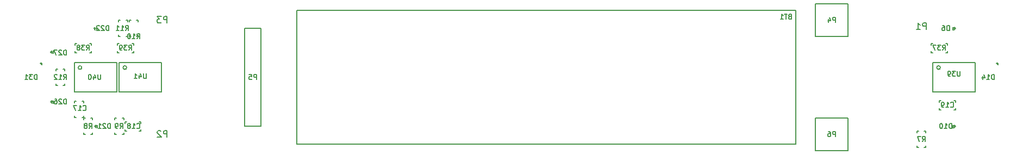
<source format=gbo>
G04 (created by PCBNEW (2013-07-07 BZR 4022)-stable) date 6/1/2014 12:19:48 PM*
%MOIN*%
G04 Gerber Fmt 3.4, Leading zero omitted, Abs format*
%FSLAX34Y34*%
G01*
G70*
G90*
G04 APERTURE LIST*
%ADD10C,0.00590551*%
%ADD11C,0.005*%
%ADD12C,0.006*%
G04 APERTURE END LIST*
G54D10*
G54D11*
X8850Y13600D02*
X6250Y13600D01*
X6250Y13600D02*
X6250Y15400D01*
X6250Y15400D02*
X8850Y15400D01*
X8850Y15400D02*
X8850Y13600D01*
X6711Y15100D02*
G75*
G03X6711Y15100I-111J0D01*
G74*
G01*
X58750Y13600D02*
X56150Y13600D01*
X56150Y13600D02*
X56150Y15400D01*
X56150Y15400D02*
X58750Y15400D01*
X58750Y15400D02*
X58750Y13600D01*
X56611Y15100D02*
G75*
G03X56611Y15100I-111J0D01*
G74*
G01*
X6100Y13600D02*
X3500Y13600D01*
X3500Y13600D02*
X3500Y15400D01*
X3500Y15400D02*
X6100Y15400D01*
X6100Y15400D02*
X6100Y13600D01*
X3961Y15100D02*
G75*
G03X3961Y15100I-111J0D01*
G74*
G01*
G54D10*
X14950Y11500D02*
X14950Y17500D01*
X14950Y17500D02*
X13950Y17500D01*
X13950Y11500D02*
X13950Y17500D01*
X14950Y11500D02*
X13950Y11500D01*
X50950Y19000D02*
X48950Y19000D01*
X48950Y19000D02*
X48950Y17000D01*
X48950Y17000D02*
X50950Y17000D01*
X50950Y17000D02*
X50950Y19000D01*
X50950Y12000D02*
X48950Y12000D01*
X48950Y12000D02*
X48950Y10000D01*
X48950Y10000D02*
X50950Y10000D01*
X50950Y10000D02*
X50950Y12000D01*
X17150Y10400D02*
X17150Y18600D01*
X17150Y18600D02*
X47750Y18600D01*
X47750Y18600D02*
X47750Y10400D01*
X47750Y10400D02*
X17150Y10400D01*
X57383Y11500D02*
X57540Y11500D01*
X57540Y11500D02*
X57461Y11421D01*
X57540Y11500D02*
X57461Y11578D01*
X57383Y11421D02*
X57383Y11578D01*
X2216Y13000D02*
X2059Y13000D01*
X2059Y13000D02*
X2138Y13078D01*
X2059Y13000D02*
X2138Y12921D01*
X2216Y13078D02*
X2216Y12921D01*
X4916Y11500D02*
X4759Y11500D01*
X4759Y11500D02*
X4838Y11578D01*
X4759Y11500D02*
X4838Y11421D01*
X4916Y11578D02*
X4916Y11421D01*
X4866Y17500D02*
X4709Y17500D01*
X4709Y17500D02*
X4788Y17578D01*
X4709Y17500D02*
X4788Y17421D01*
X4866Y17578D02*
X4866Y17421D01*
X57383Y17500D02*
X57540Y17500D01*
X57540Y17500D02*
X57461Y17421D01*
X57540Y17500D02*
X57461Y17578D01*
X57383Y17421D02*
X57383Y17578D01*
X2216Y16050D02*
X2059Y16050D01*
X2059Y16050D02*
X2138Y16128D01*
X2059Y16050D02*
X2138Y15971D01*
X2216Y16128D02*
X2216Y15971D01*
X1510Y15377D02*
X1410Y15377D01*
X1510Y15377D02*
X1510Y15277D01*
X1410Y15377D02*
X1510Y15277D01*
X60160Y15377D02*
X60060Y15377D01*
X60160Y15377D02*
X60160Y15277D01*
X60060Y15377D02*
X60160Y15277D01*
X7597Y11222D02*
X7597Y11322D01*
X7597Y11777D02*
X7497Y11777D01*
X7597Y11222D02*
X7497Y11222D01*
X7597Y11777D02*
X7597Y11677D01*
X6602Y11222D02*
X6602Y11322D01*
X6602Y11222D02*
X6702Y11222D01*
X6602Y11677D02*
X6602Y11777D01*
X6602Y11777D02*
X6702Y11777D01*
X3522Y12052D02*
X3622Y12052D01*
X4077Y12052D02*
X4077Y12152D01*
X3522Y12052D02*
X3522Y12152D01*
X4077Y12052D02*
X3977Y12052D01*
X3522Y13047D02*
X3622Y13047D01*
X3522Y13047D02*
X3522Y12947D01*
X3977Y13047D02*
X4077Y13047D01*
X4077Y13047D02*
X4077Y12947D01*
X57547Y12522D02*
X57547Y12622D01*
X57547Y13077D02*
X57447Y13077D01*
X57547Y12522D02*
X57447Y12522D01*
X57547Y13077D02*
X57547Y12977D01*
X56552Y12522D02*
X56552Y12622D01*
X56552Y12522D02*
X56652Y12522D01*
X56552Y12977D02*
X56552Y13077D01*
X56552Y13077D02*
X56652Y13077D01*
X57047Y16022D02*
X57047Y16122D01*
X57047Y16577D02*
X56947Y16577D01*
X57047Y16022D02*
X56947Y16022D01*
X57047Y16577D02*
X57047Y16477D01*
X56052Y16022D02*
X56052Y16122D01*
X56052Y16022D02*
X56152Y16022D01*
X56052Y16477D02*
X56052Y16577D01*
X56052Y16577D02*
X56152Y16577D01*
X7147Y16022D02*
X7147Y16122D01*
X7147Y16577D02*
X7047Y16577D01*
X7147Y16022D02*
X7047Y16022D01*
X7147Y16577D02*
X7147Y16477D01*
X6152Y16022D02*
X6152Y16122D01*
X6152Y16022D02*
X6252Y16022D01*
X6152Y16477D02*
X6152Y16577D01*
X6152Y16577D02*
X6252Y16577D01*
X4547Y16022D02*
X4547Y16122D01*
X4547Y16577D02*
X4447Y16577D01*
X4547Y16022D02*
X4447Y16022D01*
X4547Y16577D02*
X4547Y16477D01*
X3552Y16022D02*
X3552Y16122D01*
X3552Y16022D02*
X3652Y16022D01*
X3552Y16477D02*
X3552Y16577D01*
X3552Y16577D02*
X3652Y16577D01*
X4072Y11002D02*
X4172Y11002D01*
X4627Y11002D02*
X4627Y11102D01*
X4072Y11002D02*
X4072Y11102D01*
X4627Y11002D02*
X4527Y11002D01*
X4072Y11997D02*
X4172Y11997D01*
X4072Y11997D02*
X4072Y11897D01*
X4527Y11997D02*
X4627Y11997D01*
X4627Y11997D02*
X4627Y11897D01*
X6222Y17002D02*
X6322Y17002D01*
X6777Y17002D02*
X6777Y17102D01*
X6222Y17002D02*
X6222Y17102D01*
X6777Y17002D02*
X6677Y17002D01*
X6222Y17997D02*
X6322Y17997D01*
X6222Y17997D02*
X6222Y17897D01*
X6677Y17997D02*
X6777Y17997D01*
X6777Y17997D02*
X6777Y17897D01*
X6872Y17002D02*
X6972Y17002D01*
X7427Y17002D02*
X7427Y17102D01*
X6872Y17002D02*
X6872Y17102D01*
X7427Y17002D02*
X7327Y17002D01*
X6872Y17997D02*
X6972Y17997D01*
X6872Y17997D02*
X6872Y17897D01*
X7327Y17997D02*
X7427Y17997D01*
X7427Y17997D02*
X7427Y17897D01*
X55727Y11197D02*
X55627Y11197D01*
X55172Y11197D02*
X55172Y11097D01*
X55727Y11197D02*
X55727Y11097D01*
X55172Y11197D02*
X55272Y11197D01*
X55727Y10202D02*
X55627Y10202D01*
X55727Y10202D02*
X55727Y10302D01*
X55272Y10202D02*
X55172Y10202D01*
X55172Y10202D02*
X55172Y10302D01*
X2927Y14997D02*
X2827Y14997D01*
X2372Y14997D02*
X2372Y14897D01*
X2927Y14997D02*
X2927Y14897D01*
X2372Y14997D02*
X2472Y14997D01*
X2927Y14002D02*
X2827Y14002D01*
X2927Y14002D02*
X2927Y14102D01*
X2472Y14002D02*
X2372Y14002D01*
X2372Y14002D02*
X2372Y14102D01*
X5997Y11002D02*
X6097Y11002D01*
X6552Y11002D02*
X6552Y11102D01*
X5997Y11002D02*
X5997Y11102D01*
X6552Y11002D02*
X6452Y11002D01*
X5997Y11997D02*
X6097Y11997D01*
X5997Y11997D02*
X5997Y11897D01*
X6452Y11997D02*
X6552Y11997D01*
X6552Y11997D02*
X6552Y11897D01*
G54D12*
X7921Y14728D02*
X7921Y14485D01*
X7907Y14457D01*
X7892Y14442D01*
X7864Y14428D01*
X7807Y14428D01*
X7778Y14442D01*
X7764Y14457D01*
X7750Y14485D01*
X7750Y14728D01*
X7478Y14628D02*
X7478Y14428D01*
X7550Y14742D02*
X7621Y14528D01*
X7435Y14528D01*
X7164Y14428D02*
X7335Y14428D01*
X7250Y14428D02*
X7250Y14728D01*
X7278Y14685D01*
X7307Y14657D01*
X7335Y14642D01*
X57821Y14878D02*
X57821Y14635D01*
X57807Y14607D01*
X57792Y14592D01*
X57764Y14578D01*
X57707Y14578D01*
X57678Y14592D01*
X57664Y14607D01*
X57650Y14635D01*
X57650Y14878D01*
X57535Y14878D02*
X57350Y14878D01*
X57450Y14764D01*
X57407Y14764D01*
X57378Y14750D01*
X57364Y14735D01*
X57350Y14707D01*
X57350Y14635D01*
X57364Y14607D01*
X57378Y14592D01*
X57407Y14578D01*
X57492Y14578D01*
X57521Y14592D01*
X57535Y14607D01*
X57207Y14578D02*
X57150Y14578D01*
X57121Y14592D01*
X57107Y14607D01*
X57078Y14650D01*
X57064Y14707D01*
X57064Y14821D01*
X57078Y14850D01*
X57092Y14864D01*
X57121Y14878D01*
X57178Y14878D01*
X57207Y14864D01*
X57221Y14850D01*
X57235Y14821D01*
X57235Y14750D01*
X57221Y14721D01*
X57207Y14707D01*
X57178Y14692D01*
X57121Y14692D01*
X57092Y14707D01*
X57078Y14721D01*
X57064Y14750D01*
X5121Y14678D02*
X5121Y14435D01*
X5107Y14407D01*
X5092Y14392D01*
X5064Y14378D01*
X5007Y14378D01*
X4978Y14392D01*
X4964Y14407D01*
X4950Y14435D01*
X4950Y14678D01*
X4678Y14578D02*
X4678Y14378D01*
X4750Y14692D02*
X4821Y14478D01*
X4635Y14478D01*
X4464Y14678D02*
X4435Y14678D01*
X4407Y14664D01*
X4392Y14650D01*
X4378Y14621D01*
X4364Y14564D01*
X4364Y14492D01*
X4378Y14435D01*
X4392Y14407D01*
X4407Y14392D01*
X4435Y14378D01*
X4464Y14378D01*
X4492Y14392D01*
X4507Y14407D01*
X4521Y14435D01*
X4535Y14492D01*
X4535Y14564D01*
X4521Y14621D01*
X4507Y14650D01*
X4492Y14664D01*
X4464Y14678D01*
X14671Y14378D02*
X14671Y14678D01*
X14557Y14678D01*
X14528Y14664D01*
X14514Y14650D01*
X14500Y14621D01*
X14500Y14578D01*
X14514Y14550D01*
X14528Y14535D01*
X14557Y14521D01*
X14671Y14521D01*
X14228Y14678D02*
X14371Y14678D01*
X14385Y14535D01*
X14371Y14550D01*
X14342Y14564D01*
X14271Y14564D01*
X14242Y14550D01*
X14228Y14535D01*
X14214Y14507D01*
X14214Y14435D01*
X14228Y14407D01*
X14242Y14392D01*
X14271Y14378D01*
X14342Y14378D01*
X14371Y14392D01*
X14385Y14407D01*
X50171Y17878D02*
X50171Y18178D01*
X50057Y18178D01*
X50028Y18164D01*
X50014Y18150D01*
X50000Y18121D01*
X50000Y18078D01*
X50014Y18050D01*
X50028Y18035D01*
X50057Y18021D01*
X50171Y18021D01*
X49742Y18078D02*
X49742Y17878D01*
X49814Y18192D02*
X49885Y17978D01*
X49700Y17978D01*
X50171Y10878D02*
X50171Y11178D01*
X50057Y11178D01*
X50028Y11164D01*
X50014Y11150D01*
X50000Y11121D01*
X50000Y11078D01*
X50014Y11050D01*
X50028Y11035D01*
X50057Y11021D01*
X50171Y11021D01*
X49742Y11178D02*
X49800Y11178D01*
X49828Y11164D01*
X49842Y11150D01*
X49871Y11107D01*
X49885Y11050D01*
X49885Y10935D01*
X49871Y10907D01*
X49857Y10892D01*
X49828Y10878D01*
X49771Y10878D01*
X49742Y10892D01*
X49728Y10907D01*
X49714Y10935D01*
X49714Y11007D01*
X49728Y11035D01*
X49742Y11050D01*
X49771Y11064D01*
X49828Y11064D01*
X49857Y11050D01*
X49871Y11035D01*
X49885Y11007D01*
X47385Y18235D02*
X47342Y18221D01*
X47328Y18207D01*
X47314Y18178D01*
X47314Y18135D01*
X47328Y18107D01*
X47342Y18092D01*
X47371Y18078D01*
X47485Y18078D01*
X47485Y18378D01*
X47385Y18378D01*
X47357Y18364D01*
X47342Y18350D01*
X47328Y18321D01*
X47328Y18292D01*
X47342Y18264D01*
X47357Y18250D01*
X47385Y18235D01*
X47485Y18235D01*
X47228Y18378D02*
X47057Y18378D01*
X47142Y18078D02*
X47142Y18378D01*
X46800Y18078D02*
X46971Y18078D01*
X46885Y18078D02*
X46885Y18378D01*
X46914Y18335D01*
X46942Y18307D01*
X46971Y18292D01*
X57314Y11378D02*
X57314Y11678D01*
X57242Y11678D01*
X57200Y11664D01*
X57171Y11635D01*
X57157Y11607D01*
X57142Y11550D01*
X57142Y11507D01*
X57157Y11450D01*
X57171Y11421D01*
X57200Y11392D01*
X57242Y11378D01*
X57314Y11378D01*
X56857Y11378D02*
X57028Y11378D01*
X56942Y11378D02*
X56942Y11678D01*
X56971Y11635D01*
X57000Y11607D01*
X57028Y11592D01*
X56671Y11678D02*
X56642Y11678D01*
X56614Y11664D01*
X56600Y11650D01*
X56585Y11621D01*
X56571Y11564D01*
X56571Y11492D01*
X56585Y11435D01*
X56600Y11407D01*
X56614Y11392D01*
X56642Y11378D01*
X56671Y11378D01*
X56700Y11392D01*
X56714Y11407D01*
X56728Y11435D01*
X56742Y11492D01*
X56742Y11564D01*
X56728Y11621D01*
X56714Y11650D01*
X56700Y11664D01*
X56671Y11678D01*
X3014Y12878D02*
X3014Y13178D01*
X2942Y13178D01*
X2900Y13164D01*
X2871Y13135D01*
X2857Y13107D01*
X2842Y13050D01*
X2842Y13007D01*
X2857Y12950D01*
X2871Y12921D01*
X2900Y12892D01*
X2942Y12878D01*
X3014Y12878D01*
X2728Y13150D02*
X2714Y13164D01*
X2685Y13178D01*
X2614Y13178D01*
X2585Y13164D01*
X2571Y13150D01*
X2557Y13121D01*
X2557Y13092D01*
X2571Y13050D01*
X2742Y12878D01*
X2557Y12878D01*
X2300Y13178D02*
X2357Y13178D01*
X2385Y13164D01*
X2400Y13150D01*
X2428Y13107D01*
X2442Y13050D01*
X2442Y12935D01*
X2428Y12907D01*
X2414Y12892D01*
X2385Y12878D01*
X2328Y12878D01*
X2300Y12892D01*
X2285Y12907D01*
X2271Y12935D01*
X2271Y13007D01*
X2285Y13035D01*
X2300Y13050D01*
X2328Y13064D01*
X2385Y13064D01*
X2414Y13050D01*
X2428Y13035D01*
X2442Y13007D01*
X5714Y11378D02*
X5714Y11678D01*
X5642Y11678D01*
X5600Y11664D01*
X5571Y11635D01*
X5557Y11607D01*
X5542Y11550D01*
X5542Y11507D01*
X5557Y11450D01*
X5571Y11421D01*
X5600Y11392D01*
X5642Y11378D01*
X5714Y11378D01*
X5428Y11650D02*
X5414Y11664D01*
X5385Y11678D01*
X5314Y11678D01*
X5285Y11664D01*
X5271Y11650D01*
X5257Y11621D01*
X5257Y11592D01*
X5271Y11550D01*
X5442Y11378D01*
X5257Y11378D01*
X4971Y11378D02*
X5142Y11378D01*
X5057Y11378D02*
X5057Y11678D01*
X5085Y11635D01*
X5114Y11607D01*
X5142Y11592D01*
X5614Y17378D02*
X5614Y17678D01*
X5542Y17678D01*
X5500Y17664D01*
X5471Y17635D01*
X5457Y17607D01*
X5442Y17550D01*
X5442Y17507D01*
X5457Y17450D01*
X5471Y17421D01*
X5500Y17392D01*
X5542Y17378D01*
X5614Y17378D01*
X5328Y17650D02*
X5314Y17664D01*
X5285Y17678D01*
X5214Y17678D01*
X5185Y17664D01*
X5171Y17650D01*
X5157Y17621D01*
X5157Y17592D01*
X5171Y17550D01*
X5342Y17378D01*
X5157Y17378D01*
X5042Y17650D02*
X5028Y17664D01*
X5000Y17678D01*
X4928Y17678D01*
X4900Y17664D01*
X4885Y17650D01*
X4871Y17621D01*
X4871Y17592D01*
X4885Y17550D01*
X5057Y17378D01*
X4871Y17378D01*
X57171Y17378D02*
X57171Y17678D01*
X57100Y17678D01*
X57057Y17664D01*
X57028Y17635D01*
X57014Y17607D01*
X57000Y17550D01*
X57000Y17507D01*
X57014Y17450D01*
X57028Y17421D01*
X57057Y17392D01*
X57100Y17378D01*
X57171Y17378D01*
X56742Y17678D02*
X56800Y17678D01*
X56828Y17664D01*
X56842Y17650D01*
X56871Y17607D01*
X56885Y17550D01*
X56885Y17435D01*
X56871Y17407D01*
X56857Y17392D01*
X56828Y17378D01*
X56771Y17378D01*
X56742Y17392D01*
X56728Y17407D01*
X56714Y17435D01*
X56714Y17507D01*
X56728Y17535D01*
X56742Y17550D01*
X56771Y17564D01*
X56828Y17564D01*
X56857Y17550D01*
X56871Y17535D01*
X56885Y17507D01*
X3014Y15878D02*
X3014Y16178D01*
X2942Y16178D01*
X2900Y16164D01*
X2871Y16135D01*
X2857Y16107D01*
X2842Y16050D01*
X2842Y16007D01*
X2857Y15950D01*
X2871Y15921D01*
X2900Y15892D01*
X2942Y15878D01*
X3014Y15878D01*
X2728Y16150D02*
X2714Y16164D01*
X2685Y16178D01*
X2614Y16178D01*
X2585Y16164D01*
X2571Y16150D01*
X2557Y16121D01*
X2557Y16092D01*
X2571Y16050D01*
X2742Y15878D01*
X2557Y15878D01*
X2457Y16178D02*
X2257Y16178D01*
X2385Y15878D01*
X1214Y14378D02*
X1214Y14678D01*
X1142Y14678D01*
X1100Y14664D01*
X1071Y14635D01*
X1057Y14607D01*
X1042Y14550D01*
X1042Y14507D01*
X1057Y14450D01*
X1071Y14421D01*
X1100Y14392D01*
X1142Y14378D01*
X1214Y14378D01*
X942Y14678D02*
X757Y14678D01*
X857Y14564D01*
X814Y14564D01*
X785Y14550D01*
X771Y14535D01*
X757Y14507D01*
X757Y14435D01*
X771Y14407D01*
X785Y14392D01*
X814Y14378D01*
X900Y14378D01*
X928Y14392D01*
X942Y14407D01*
X471Y14378D02*
X642Y14378D01*
X557Y14378D02*
X557Y14678D01*
X585Y14635D01*
X614Y14607D01*
X642Y14592D01*
X59914Y14378D02*
X59914Y14678D01*
X59842Y14678D01*
X59800Y14664D01*
X59771Y14635D01*
X59757Y14607D01*
X59742Y14550D01*
X59742Y14507D01*
X59757Y14450D01*
X59771Y14421D01*
X59800Y14392D01*
X59842Y14378D01*
X59914Y14378D01*
X59457Y14378D02*
X59628Y14378D01*
X59542Y14378D02*
X59542Y14678D01*
X59571Y14635D01*
X59600Y14607D01*
X59628Y14592D01*
X59200Y14578D02*
X59200Y14378D01*
X59271Y14692D02*
X59342Y14478D01*
X59157Y14478D01*
X7342Y11407D02*
X7357Y11392D01*
X7400Y11378D01*
X7428Y11378D01*
X7471Y11392D01*
X7500Y11421D01*
X7514Y11450D01*
X7528Y11507D01*
X7528Y11550D01*
X7514Y11607D01*
X7500Y11635D01*
X7471Y11664D01*
X7428Y11678D01*
X7400Y11678D01*
X7357Y11664D01*
X7342Y11650D01*
X7057Y11378D02*
X7228Y11378D01*
X7142Y11378D02*
X7142Y11678D01*
X7171Y11635D01*
X7200Y11607D01*
X7228Y11592D01*
X6885Y11550D02*
X6914Y11564D01*
X6928Y11578D01*
X6942Y11607D01*
X6942Y11621D01*
X6928Y11650D01*
X6914Y11664D01*
X6885Y11678D01*
X6828Y11678D01*
X6800Y11664D01*
X6785Y11650D01*
X6771Y11621D01*
X6771Y11607D01*
X6785Y11578D01*
X6800Y11564D01*
X6828Y11550D01*
X6885Y11550D01*
X6914Y11535D01*
X6928Y11521D01*
X6942Y11492D01*
X6942Y11435D01*
X6928Y11407D01*
X6914Y11392D01*
X6885Y11378D01*
X6828Y11378D01*
X6800Y11392D01*
X6785Y11407D01*
X6771Y11435D01*
X6771Y11492D01*
X6785Y11521D01*
X6800Y11535D01*
X6828Y11550D01*
X4042Y12507D02*
X4057Y12492D01*
X4100Y12478D01*
X4128Y12478D01*
X4171Y12492D01*
X4200Y12521D01*
X4214Y12550D01*
X4228Y12607D01*
X4228Y12650D01*
X4214Y12707D01*
X4200Y12735D01*
X4171Y12764D01*
X4128Y12778D01*
X4100Y12778D01*
X4057Y12764D01*
X4042Y12750D01*
X3757Y12478D02*
X3928Y12478D01*
X3842Y12478D02*
X3842Y12778D01*
X3871Y12735D01*
X3900Y12707D01*
X3928Y12692D01*
X3657Y12778D02*
X3457Y12778D01*
X3585Y12478D01*
X57242Y12707D02*
X57257Y12692D01*
X57300Y12678D01*
X57328Y12678D01*
X57371Y12692D01*
X57400Y12721D01*
X57414Y12750D01*
X57428Y12807D01*
X57428Y12850D01*
X57414Y12907D01*
X57400Y12935D01*
X57371Y12964D01*
X57328Y12978D01*
X57300Y12978D01*
X57257Y12964D01*
X57242Y12950D01*
X56957Y12678D02*
X57128Y12678D01*
X57042Y12678D02*
X57042Y12978D01*
X57071Y12935D01*
X57100Y12907D01*
X57128Y12892D01*
X56814Y12678D02*
X56757Y12678D01*
X56728Y12692D01*
X56714Y12707D01*
X56685Y12750D01*
X56671Y12807D01*
X56671Y12921D01*
X56685Y12950D01*
X56700Y12964D01*
X56728Y12978D01*
X56785Y12978D01*
X56814Y12964D01*
X56828Y12950D01*
X56842Y12921D01*
X56842Y12850D01*
X56828Y12821D01*
X56814Y12807D01*
X56785Y12792D01*
X56728Y12792D01*
X56700Y12807D01*
X56685Y12821D01*
X56671Y12850D01*
X56742Y16178D02*
X56842Y16321D01*
X56914Y16178D02*
X56914Y16478D01*
X56800Y16478D01*
X56771Y16464D01*
X56757Y16450D01*
X56742Y16421D01*
X56742Y16378D01*
X56757Y16350D01*
X56771Y16335D01*
X56800Y16321D01*
X56914Y16321D01*
X56642Y16478D02*
X56457Y16478D01*
X56557Y16364D01*
X56514Y16364D01*
X56485Y16350D01*
X56471Y16335D01*
X56457Y16307D01*
X56457Y16235D01*
X56471Y16207D01*
X56485Y16192D01*
X56514Y16178D01*
X56600Y16178D01*
X56628Y16192D01*
X56642Y16207D01*
X56357Y16478D02*
X56157Y16478D01*
X56285Y16178D01*
X6842Y16178D02*
X6942Y16321D01*
X7014Y16178D02*
X7014Y16478D01*
X6900Y16478D01*
X6871Y16464D01*
X6857Y16450D01*
X6842Y16421D01*
X6842Y16378D01*
X6857Y16350D01*
X6871Y16335D01*
X6900Y16321D01*
X7014Y16321D01*
X6742Y16478D02*
X6557Y16478D01*
X6657Y16364D01*
X6614Y16364D01*
X6585Y16350D01*
X6571Y16335D01*
X6557Y16307D01*
X6557Y16235D01*
X6571Y16207D01*
X6585Y16192D01*
X6614Y16178D01*
X6700Y16178D01*
X6728Y16192D01*
X6742Y16207D01*
X6414Y16178D02*
X6357Y16178D01*
X6328Y16192D01*
X6314Y16207D01*
X6285Y16250D01*
X6271Y16307D01*
X6271Y16421D01*
X6285Y16450D01*
X6300Y16464D01*
X6328Y16478D01*
X6385Y16478D01*
X6414Y16464D01*
X6428Y16450D01*
X6442Y16421D01*
X6442Y16350D01*
X6428Y16321D01*
X6414Y16307D01*
X6385Y16292D01*
X6328Y16292D01*
X6300Y16307D01*
X6285Y16321D01*
X6271Y16350D01*
X4242Y16178D02*
X4342Y16321D01*
X4414Y16178D02*
X4414Y16478D01*
X4300Y16478D01*
X4271Y16464D01*
X4257Y16450D01*
X4242Y16421D01*
X4242Y16378D01*
X4257Y16350D01*
X4271Y16335D01*
X4300Y16321D01*
X4414Y16321D01*
X4142Y16478D02*
X3957Y16478D01*
X4057Y16364D01*
X4014Y16364D01*
X3985Y16350D01*
X3971Y16335D01*
X3957Y16307D01*
X3957Y16235D01*
X3971Y16207D01*
X3985Y16192D01*
X4014Y16178D01*
X4100Y16178D01*
X4128Y16192D01*
X4142Y16207D01*
X3785Y16350D02*
X3814Y16364D01*
X3828Y16378D01*
X3842Y16407D01*
X3842Y16421D01*
X3828Y16450D01*
X3814Y16464D01*
X3785Y16478D01*
X3728Y16478D01*
X3700Y16464D01*
X3685Y16450D01*
X3671Y16421D01*
X3671Y16407D01*
X3685Y16378D01*
X3700Y16364D01*
X3728Y16350D01*
X3785Y16350D01*
X3814Y16335D01*
X3828Y16321D01*
X3842Y16292D01*
X3842Y16235D01*
X3828Y16207D01*
X3814Y16192D01*
X3785Y16178D01*
X3728Y16178D01*
X3700Y16192D01*
X3685Y16207D01*
X3671Y16235D01*
X3671Y16292D01*
X3685Y16321D01*
X3700Y16335D01*
X3728Y16350D01*
X4400Y11378D02*
X4500Y11521D01*
X4571Y11378D02*
X4571Y11678D01*
X4457Y11678D01*
X4428Y11664D01*
X4414Y11650D01*
X4400Y11621D01*
X4400Y11578D01*
X4414Y11550D01*
X4428Y11535D01*
X4457Y11521D01*
X4571Y11521D01*
X4228Y11550D02*
X4257Y11564D01*
X4271Y11578D01*
X4285Y11607D01*
X4285Y11621D01*
X4271Y11650D01*
X4257Y11664D01*
X4228Y11678D01*
X4171Y11678D01*
X4142Y11664D01*
X4128Y11650D01*
X4114Y11621D01*
X4114Y11607D01*
X4128Y11578D01*
X4142Y11564D01*
X4171Y11550D01*
X4228Y11550D01*
X4257Y11535D01*
X4271Y11521D01*
X4285Y11492D01*
X4285Y11435D01*
X4271Y11407D01*
X4257Y11392D01*
X4228Y11378D01*
X4171Y11378D01*
X4142Y11392D01*
X4128Y11407D01*
X4114Y11435D01*
X4114Y11492D01*
X4128Y11521D01*
X4142Y11535D01*
X4171Y11550D01*
X6642Y17378D02*
X6742Y17521D01*
X6814Y17378D02*
X6814Y17678D01*
X6700Y17678D01*
X6671Y17664D01*
X6657Y17650D01*
X6642Y17621D01*
X6642Y17578D01*
X6657Y17550D01*
X6671Y17535D01*
X6700Y17521D01*
X6814Y17521D01*
X6357Y17378D02*
X6528Y17378D01*
X6442Y17378D02*
X6442Y17678D01*
X6471Y17635D01*
X6500Y17607D01*
X6528Y17592D01*
X6071Y17378D02*
X6242Y17378D01*
X6157Y17378D02*
X6157Y17678D01*
X6185Y17635D01*
X6214Y17607D01*
X6242Y17592D01*
X7342Y16878D02*
X7442Y17021D01*
X7514Y16878D02*
X7514Y17178D01*
X7400Y17178D01*
X7371Y17164D01*
X7357Y17150D01*
X7342Y17121D01*
X7342Y17078D01*
X7357Y17050D01*
X7371Y17035D01*
X7400Y17021D01*
X7514Y17021D01*
X7057Y16878D02*
X7228Y16878D01*
X7142Y16878D02*
X7142Y17178D01*
X7171Y17135D01*
X7200Y17107D01*
X7228Y17092D01*
X6871Y17178D02*
X6842Y17178D01*
X6814Y17164D01*
X6800Y17150D01*
X6785Y17121D01*
X6771Y17064D01*
X6771Y16992D01*
X6785Y16935D01*
X6800Y16907D01*
X6814Y16892D01*
X6842Y16878D01*
X6871Y16878D01*
X6900Y16892D01*
X6914Y16907D01*
X6928Y16935D01*
X6942Y16992D01*
X6942Y17064D01*
X6928Y17121D01*
X6914Y17150D01*
X6900Y17164D01*
X6871Y17178D01*
X55500Y10578D02*
X55600Y10721D01*
X55671Y10578D02*
X55671Y10878D01*
X55557Y10878D01*
X55528Y10864D01*
X55514Y10850D01*
X55500Y10821D01*
X55500Y10778D01*
X55514Y10750D01*
X55528Y10735D01*
X55557Y10721D01*
X55671Y10721D01*
X55400Y10878D02*
X55200Y10878D01*
X55328Y10578D01*
X2842Y14378D02*
X2942Y14521D01*
X3014Y14378D02*
X3014Y14678D01*
X2900Y14678D01*
X2871Y14664D01*
X2857Y14650D01*
X2842Y14621D01*
X2842Y14578D01*
X2857Y14550D01*
X2871Y14535D01*
X2900Y14521D01*
X3014Y14521D01*
X2557Y14378D02*
X2728Y14378D01*
X2642Y14378D02*
X2642Y14678D01*
X2671Y14635D01*
X2700Y14607D01*
X2728Y14592D01*
X2442Y14650D02*
X2428Y14664D01*
X2400Y14678D01*
X2328Y14678D01*
X2300Y14664D01*
X2285Y14650D01*
X2271Y14621D01*
X2271Y14592D01*
X2285Y14550D01*
X2457Y14378D01*
X2271Y14378D01*
X6300Y11378D02*
X6400Y11521D01*
X6471Y11378D02*
X6471Y11678D01*
X6357Y11678D01*
X6328Y11664D01*
X6314Y11650D01*
X6300Y11621D01*
X6300Y11578D01*
X6314Y11550D01*
X6328Y11535D01*
X6357Y11521D01*
X6471Y11521D01*
X6157Y11378D02*
X6100Y11378D01*
X6071Y11392D01*
X6057Y11407D01*
X6028Y11450D01*
X6014Y11507D01*
X6014Y11621D01*
X6028Y11650D01*
X6042Y11664D01*
X6071Y11678D01*
X6128Y11678D01*
X6157Y11664D01*
X6171Y11650D01*
X6185Y11621D01*
X6185Y11550D01*
X6171Y11521D01*
X6157Y11507D01*
X6128Y11492D01*
X6071Y11492D01*
X6042Y11507D01*
X6028Y11521D01*
X6014Y11550D01*
G54D10*
X9190Y10840D02*
X9190Y11234D01*
X9040Y11234D01*
X9003Y11215D01*
X8984Y11196D01*
X8965Y11159D01*
X8965Y11103D01*
X8984Y11065D01*
X9003Y11046D01*
X9040Y11028D01*
X9190Y11028D01*
X8815Y11196D02*
X8796Y11215D01*
X8759Y11234D01*
X8665Y11234D01*
X8628Y11215D01*
X8609Y11196D01*
X8590Y11159D01*
X8590Y11121D01*
X8609Y11065D01*
X8834Y10840D01*
X8590Y10840D01*
X9190Y17840D02*
X9190Y18234D01*
X9040Y18234D01*
X9003Y18215D01*
X8984Y18196D01*
X8965Y18159D01*
X8965Y18103D01*
X8984Y18065D01*
X9003Y18046D01*
X9040Y18028D01*
X9190Y18028D01*
X8834Y18234D02*
X8590Y18234D01*
X8721Y18084D01*
X8665Y18084D01*
X8628Y18065D01*
X8609Y18046D01*
X8590Y18009D01*
X8590Y17915D01*
X8609Y17878D01*
X8628Y17859D01*
X8665Y17840D01*
X8778Y17840D01*
X8815Y17859D01*
X8834Y17878D01*
X55740Y17440D02*
X55740Y17834D01*
X55590Y17834D01*
X55553Y17815D01*
X55534Y17796D01*
X55515Y17759D01*
X55515Y17703D01*
X55534Y17665D01*
X55553Y17646D01*
X55590Y17628D01*
X55740Y17628D01*
X55140Y17440D02*
X55365Y17440D01*
X55253Y17440D02*
X55253Y17834D01*
X55290Y17778D01*
X55328Y17740D01*
X55365Y17721D01*
M02*

</source>
